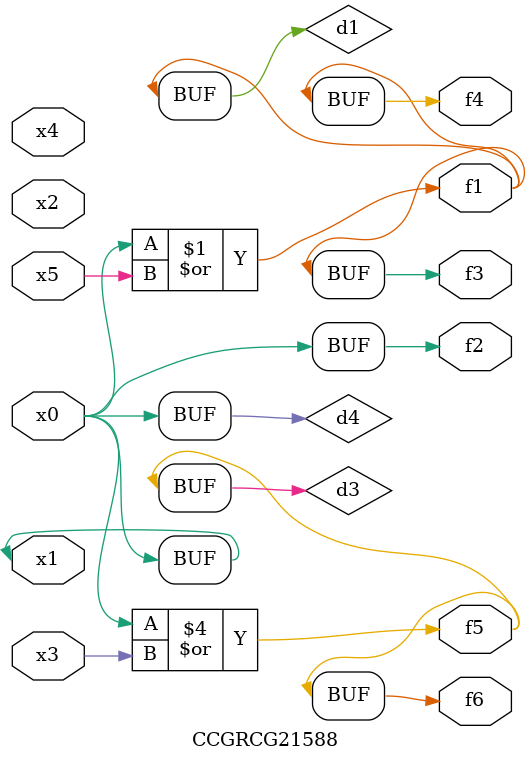
<source format=v>
module CCGRCG21588(
	input x0, x1, x2, x3, x4, x5,
	output f1, f2, f3, f4, f5, f6
);

	wire d1, d2, d3, d4;

	or (d1, x0, x5);
	xnor (d2, x1, x4);
	or (d3, x0, x3);
	buf (d4, x0, x1);
	assign f1 = d1;
	assign f2 = d4;
	assign f3 = d1;
	assign f4 = d1;
	assign f5 = d3;
	assign f6 = d3;
endmodule

</source>
